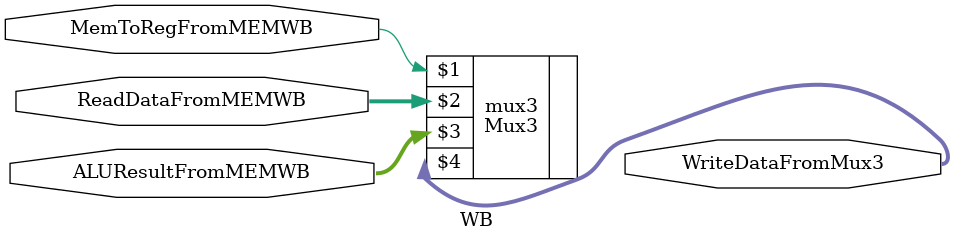
<source format=v>
`timescale 1ns / 1ps


module WB(
    input MemToRegFromMEMWB,
    input [31:0] ReadDataFromMEMWB,
    input [31:0] ALUResultFromMEMWB,
    output [31:0] WriteDataFromMux3
    );
    
    Mux3 mux3(MemToRegFromMEMWB,ReadDataFromMEMWB,ALUResultFromMEMWB,WriteDataFromMux3);
    always @ (MemToRegFromMEMWB or ReadDataFromMEMWB or ALUResultFromMEMWB)
    $display("ALUResultFromMEMWB: ",ALUResultFromMEMWB);
endmodule

</source>
